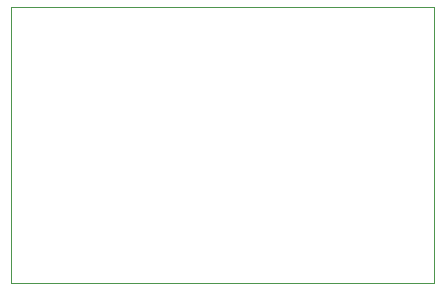
<source format=gbr>
%TF.GenerationSoftware,KiCad,Pcbnew,7.0.9*%
%TF.CreationDate,2024-01-31T11:52:48-08:00*%
%TF.ProjectId,breakout,62726561-6b6f-4757-942e-6b696361645f,rev?*%
%TF.SameCoordinates,Original*%
%TF.FileFunction,Profile,NP*%
%FSLAX46Y46*%
G04 Gerber Fmt 4.6, Leading zero omitted, Abs format (unit mm)*
G04 Created by KiCad (PCBNEW 7.0.9) date 2024-01-31 11:52:48*
%MOMM*%
%LPD*%
G01*
G04 APERTURE LIST*
%TA.AperFunction,Profile*%
%ADD10C,0.100000*%
%TD*%
G04 APERTURE END LIST*
D10*
X125984000Y-79502000D02*
X161798000Y-79502000D01*
X161798000Y-102870000D01*
X125984000Y-102870000D01*
X125984000Y-79502000D01*
M02*

</source>
